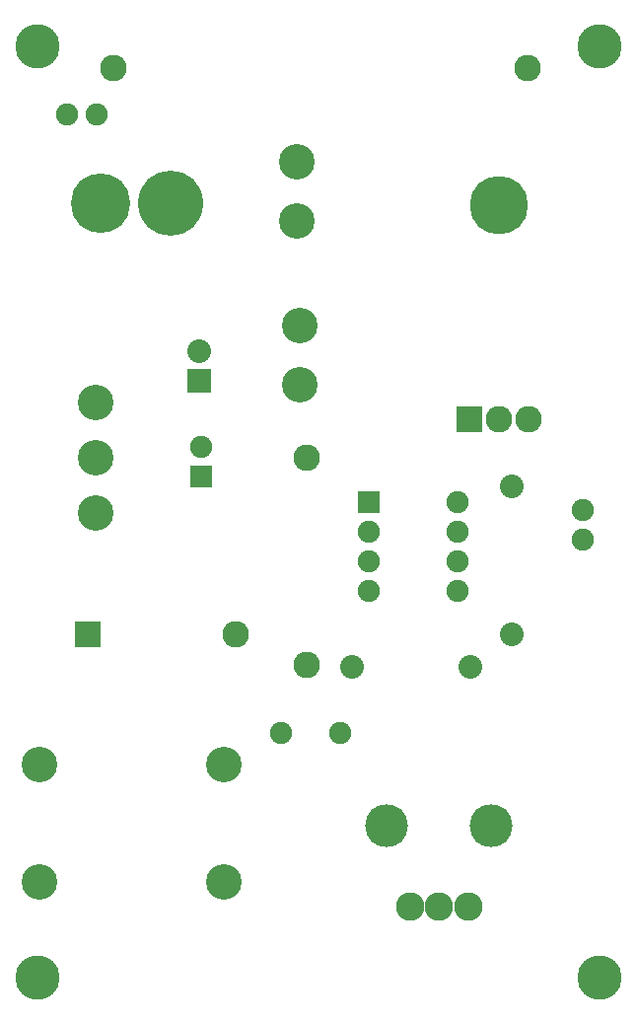
<source format=gts>
G04 (created by PCBNEW-RS274X (2011-nov-30)-testing) date Wed 20 Feb 2013 12:40:59 PM PST*
%MOIN*%
G04 Gerber Fmt 3.4, Leading zero omitted, Abs format*
%FSLAX34Y34*%
G01*
G70*
G90*
G04 APERTURE LIST*
%ADD10C,0.006*%
%ADD11C,0.12*%
%ADD12R,0.08X0.08*%
%ADD13C,0.08*%
%ADD14R,0.075X0.075*%
%ADD15C,0.075*%
%ADD16C,0.22*%
%ADD17C,0.2011*%
%ADD18C,0.15*%
%ADD19C,0.09*%
%ADD20R,0.09X0.09*%
%ADD21C,0.1972*%
%ADD22C,0.096*%
%ADD23C,0.145*%
G04 APERTURE END LIST*
G54D10*
G54D11*
X36984Y-44508D03*
X36984Y-46378D03*
X36984Y-48248D03*
G54D12*
X40472Y-43807D03*
G54D13*
X40472Y-42807D03*
G54D14*
X46200Y-47900D03*
G54D15*
X46200Y-48900D03*
X46200Y-49900D03*
X46200Y-50900D03*
X49200Y-50900D03*
X49200Y-49900D03*
X49200Y-48900D03*
X49200Y-47900D03*
G54D16*
X39500Y-37800D03*
G54D17*
X37138Y-37800D03*
G54D11*
X43780Y-36402D03*
X43780Y-38402D03*
X43858Y-41913D03*
X43858Y-43913D03*
G54D15*
X43250Y-55700D03*
X45250Y-55700D03*
G54D14*
X40551Y-47035D03*
G54D15*
X40551Y-46035D03*
X37000Y-34800D03*
X36000Y-34800D03*
X53450Y-49150D03*
X53450Y-48150D03*
G54D18*
X35000Y-32500D03*
X35000Y-63950D03*
X54000Y-32500D03*
G54D13*
X45650Y-53450D03*
X49650Y-53450D03*
G54D19*
X41713Y-52362D03*
G54D20*
X36713Y-52362D03*
G54D19*
X44100Y-53400D03*
X44100Y-46400D03*
G54D13*
X51050Y-47350D03*
X51050Y-52350D03*
G54D19*
X37567Y-33228D03*
X51567Y-33228D03*
G54D11*
X35079Y-56771D03*
X41299Y-56771D03*
X35079Y-60709D03*
X41299Y-60709D03*
G54D20*
X49600Y-45100D03*
G54D19*
X50600Y-45100D03*
X51600Y-45100D03*
G54D21*
X50600Y-37848D03*
G54D22*
X47596Y-61570D03*
X48580Y-61570D03*
X49564Y-61570D03*
G54D23*
X46808Y-58814D03*
X50352Y-58814D03*
G54D18*
X54000Y-63950D03*
M02*

</source>
